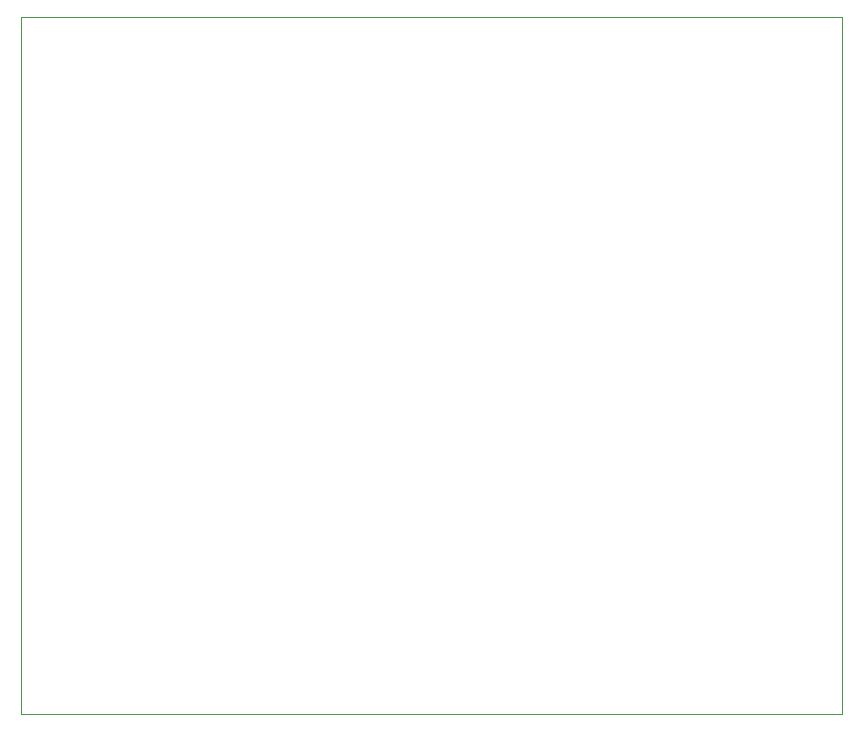
<source format=gko>
G75*
G70*
%OFA0B0*%
%FSLAX25Y25*%
%IPPOS*%
%LPD*%
%AMOC8*
5,1,8,0,0,1.08239X$1,22.5*
%
%ADD29C,0.00197*%
X0000000Y0000000D02*
%LPD*%
G01*
D29*
X0000000Y0232283D02*
X0273622Y0232283D01*
X0273622Y0000000D01*
X0000000Y0000000D01*
X0000000Y0232283D01*
X0036614Y0019488D02*
G01*
G75*
X0036614Y0062992D02*
G01*
G75*
M02*

</source>
